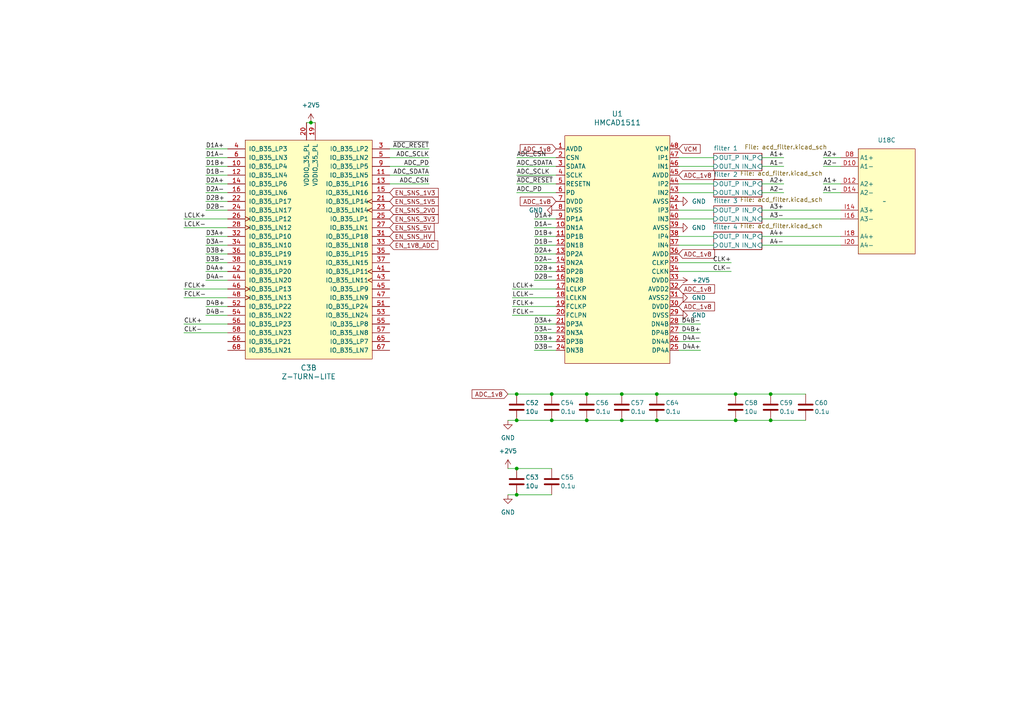
<source format=kicad_sch>
(kicad_sch (version 20230121) (generator eeschema)
  (paper "A4")
  (title_block (title "2D5 experiment board") (date "2023-12-01") (rev "0.1") (company "Apertus"))
  (lib_symbols
    (symbol "2d5:2d5"
      (property "Reference" "A?" (at 0 -13.97 0))
      (symbol "2d5_1_1"
        (rectangle (start -11.43 19.05) (end 10.16 -33.02) (fill (type background)))
        (rectangle (start 2.54 19.05) (end 2.54 19.05))
        (pin power_in line (at -16.51 1.27 0) (length 5.08) (name "1V3") (number "C10"))
        (pin power_in line (at -16.51 13.97 0) (length 5.08) (name "5V") (number "C11"))
        (pin power_in line (at -16.51 -11.43 0) (length 5.08) (name "-1V3") (number "C12"))
        (pin power_in line (at -16.51 -26.67 0) (length 5.08) (name "3V3") (number "C7"))
        (pin power_in line (at -16.51 -8.89 0) (length 5.08) (name "-1V3") (number "C9"))
        (pin power_in line (at 15.24 11.43 180) (length 5.08) (name "GND") (number "D11"))
        (pin power_in line (at 15.24 8.89 180) (length 5.08) (name "GND") (number "D13"))
        (pin power_in line (at 15.24 6.35 180) (length 5.08) (name "GND") (number "D15"))
        (pin power_in line (at 15.24 3.81 180) (length 5.08) (name "GND") (number "D16"))
        (pin power_in line (at -16.51 -1.27 0) (length 5.08) (name "1V3") (number "D17"))
        (pin power_in line (at -16.51 16.51 0) (length 5.08) (name "5V") (number "D5"))
        (pin power_in line (at 15.24 16.51 180) (length 5.08) (name "GND") (number "D7"))
        (pin power_in line (at 15.24 13.97 180) (length 5.08) (name "GND") (number "D9"))
        (pin power_in line (at -16.51 -3.81 0) (length 5.08) (name "1V3") (number "I10"))
        (pin power_in line (at -16.51 8.89 0) (length 5.08) (name "5V") (number "I11"))
        (pin power_in line (at -16.51 6.35 0) (length 5.08) (name "5V") (number "I12"))
        (pin power_in line (at 15.24 -11.43 180) (length 5.08) (name "GND") (number "I13"))
        (pin power_in line (at 15.24 -13.97 180) (length 5.08) (name "GND") (number "I15"))
        (pin power_in line (at 15.24 -16.51 180) (length 5.08) (name "GND") (number "I17"))
        (pin power_in line (at 15.24 -19.05 180) (length 5.08) (name "GND") (number "I19"))
        (pin power_in line (at 15.24 -21.59 180) (length 5.08) (name "GND") (number "I21"))
        (pin power_in line (at -16.51 -17.78 0) (length 5.08) (name "1V5") (number "I22"))
        (pin power_in line (at 15.24 1.27 180) (length 5.08) (name "GND") (number "I4"))
        (pin power_in line (at 15.24 -1.27 180) (length 5.08) (name "GND") (number "I5"))
        (pin power_in line (at 15.24 -3.81 180) (length 5.08) (name "GND") (number "I6"))
        (pin power_in line (at -16.51 -20.32 0) (length 5.08) (name "2V0") (number "I9"))
        (pin power_in line (at -16.51 11.43 0) (length 5.08) (name "5V") (number "J4"))
        (pin power_in line (at 15.24 -6.35 180) (length 5.08) (name "GND") (number "J6"))
        (pin power_in line (at 15.24 -8.89 180) (length 5.08) (name "GND") (number "J7"))
      )
      (symbol "2d5_2_1"
        (rectangle (start -13.97 12.7) (end 13.97 -43.18) (fill (type background)))
        (pin input line (at -19.05 -2.54 0) (length 5.08) (name "zero") (number "C13"))
        (pin input line (at -19.05 10.16 0) (length 5.08) (name "SDATA") (number "C14"))
        (pin input line (at -19.05 7.62 0) (length 5.08) (name "SCLK") (number "C15"))
        (pin input line (at -19.05 5.08 0) (length 5.08) (name "SCS") (number "C16"))
        (pin input line (at 19.05 -15.24 180) (length 5.08) (name "line") (number "C17"))
        (pin input line (at 19.05 -10.16 180) (length 5.08) (name "line") (number "C3"))
        (pin input line (at -19.05 -7.62 0) (length 5.08) (name "zero") (number "C4"))
        (pin input line (at 19.05 -3.81 180) (length 5.08) (name "frame_rst") (number "C5"))
        (pin input line (at 19.05 -12.7 180) (length 5.08) (name "line") (number "C6"))
        (pin input line (at -19.05 -5.08 0) (length 5.08) (name "zero") (number "C8"))
        (pin input line (at -19.05 -10.16 0) (length 5.08) (name "zero") (number "D3"))
        (pin input line (at -19.05 -12.7 0) (length 5.08) (name "zero") (number "D4"))
        (pin input line (at 19.05 10.16 180) (length 5.08) (name "PXCLK_TOP") (number "D6"))
        (pin input line (at -19.05 -27.94 0) (length 5.08) (name "startup") (number "I3"))
        (pin input line (at -19.05 -30.48 0) (length 5.08) (name "startup") (number "I7"))
        (pin input line (at -19.05 -33.02 0) (length 5.08) (name "startup") (number "I8"))
        (pin input line (at 19.05 -22.86 180) (length 5.08) (name "line") (number "J10"))
        (pin input line (at 19.05 -25.4 180) (length 5.08) (name "line") (number "J11"))
        (pin input line (at 19.05 -27.94 180) (length 5.08) (name "line") (number "J12"))
        (pin input line (at -19.05 -35.56 0) (length 5.08) (name "startup") (number "J13"))
        (pin input line (at -19.05 -17.78 0) (length 5.08) (name "zero") (number "J14"))
        (pin input line (at 19.05 -30.48 180) (length 5.08) (name "line") (number "J15"))
        (pin input line (at 19.05 -33.02 180) (length 5.08) (name "line") (number "J16"))
        (pin input line (at 19.05 -35.56 180) (length 5.08) (name "line") (number "J17"))
        (pin input line (at 19.05 -38.1 180) (length 5.08) (name "line") (number "J18"))
        (pin input line (at -19.05 -38.1 0) (length 5.08) (name "startup") (number "J19"))
        (pin input line (at 19.05 -40.64 180) (length 5.08) (name "line_reset") (number "J21"))
        (pin input line (at -19.05 -20.32 0) (length 5.08) (name "zero") (number "J22"))
        (pin input line (at -19.05 -15.24 0) (length 5.08) (name "zero") (number "J3"))
        (pin input line (at 19.05 7.62 180) (length 5.08) (name "PXCLK_BOT") (number "J5"))
        (pin input line (at 19.05 -17.78 180) (length 5.08) (name "line") (number "J8"))
        (pin input line (at 19.05 -20.32 180) (length 5.08) (name "line_exp") (number "J9"))
      )
      (symbol "2d5_3_1"
        (rectangle (start -8.89 15.24) (end 7.62 -15.24) (fill (type background)))
        (pin output line (at 12.7 10.16 180) (length 5.08) (name "A1-") (number "D10"))
        (pin output line (at 12.7 5.08 180) (length 5.08) (name "A2+") (number "D12"))
        (pin output line (at 12.7 2.54 180) (length 5.08) (name "A2-") (number "D14"))
        (pin output line (at 12.7 12.7 180) (length 5.08) (name "A1+") (number "D8"))
        (pin output line (at 12.7 -2.54 180) (length 5.08) (name "A3+") (number "I14"))
        (pin output line (at 12.7 -5.08 180) (length 5.08) (name "A3-") (number "I16"))
        (pin output line (at 12.7 -10.16 180) (length 5.08) (name "A4+") (number "I18"))
        (pin output line (at 12.7 -12.7 180) (length 5.08) (name "A4-") (number "I20"))
      )
    )
    (symbol "Device:C" (pin_numbers hide) (pin_names (offset 0.254))
      (property "Reference" "C" (at 0.635 2.54 0))
      (property "Value" "C" (at 0.635 -2.54 0))
      (symbol "C_0_1"
        (polyline (pts (xy -2.032 -0.762) (xy 2.032 -0.762)) (stroke (width 0.508)))
        (polyline (pts (xy -2.032 0.762) (xy 2.032 0.762)) (stroke (width 0.508)))
      )
      (symbol "C_1_1"
        (pin passive line (at 0 3.81 270) (length 2.794) (name "~") (number "1"))
        (pin passive line (at 0 -3.81 90) (length 2.794) (name "~") (number "2"))
      )
    )
    (symbol "HMCAD1511:HMCAD1511" (pin_names (offset 0.254))
      (property "Reference" "U" (at 22.86 10.16 0))
      (property "Value" "HMCAD1511" (at 22.86 7.62 0))
      (symbol "HMCAD1511_0_1"
        (pin bidirectional line (at 5.08 -22.86 0) (length 2.54) (name "DN1A") (number "10"))
        (pin bidirectional line (at 5.08 -25.4 0) (length 2.54) (name "DP1B") (number "11"))
        (pin bidirectional line (at 5.08 -27.94 0) (length 2.54) (name "DN1B") (number "12"))
        (pin bidirectional line (at 5.08 -30.48 0) (length 2.54) (name "DP2A") (number "13"))
        (pin bidirectional line (at 5.08 -33.02 0) (length 2.54) (name "DN2A") (number "14"))
        (pin bidirectional line (at 5.08 -35.56 0) (length 2.54) (name "DP2B") (number "15"))
        (pin bidirectional line (at 5.08 -38.1 0) (length 2.54) (name "DN2B") (number "16"))
        (pin unspecified line (at 5.08 -40.64 0) (length 2.54) (name "LCLKP") (number "17"))
        (pin unspecified line (at 5.08 -43.18 0) (length 2.54) (name "LCLKN") (number "18"))
        (pin unspecified line (at 5.08 -45.72 0) (length 2.54) (name "FCLKP") (number "19"))
        (pin unspecified line (at 5.08 -2.54 0) (length 2.54) (name "CSN") (number "2"))
        (pin unspecified line (at 5.08 -48.26 0) (length 2.54) (name "FCLPN") (number "20"))
        (pin bidirectional line (at 5.08 -50.8 0) (length 2.54) (name "DP3A") (number "21"))
        (pin bidirectional line (at 5.08 -53.34 0) (length 2.54) (name "DN3A") (number "22"))
        (pin bidirectional line (at 5.08 -55.88 0) (length 2.54) (name "DP3B") (number "23"))
        (pin bidirectional line (at 5.08 -58.42 0) (length 2.54) (name "DN3B") (number "24"))
        (pin bidirectional line (at 40.64 -58.42 180) (length 2.54) (name "DP4A") (number "25"))
        (pin bidirectional line (at 40.64 -55.88 180) (length 2.54) (name "DN4A") (number "26"))
        (pin bidirectional line (at 40.64 -53.34 180) (length 2.54) (name "DP4B") (number "27"))
        (pin bidirectional line (at 40.64 -50.8 180) (length 2.54) (name "DN4B") (number "28"))
        (pin power_out line (at 40.64 -48.26 180) (length 2.54) (name "DVSS") (number "29"))
        (pin unspecified line (at 5.08 -5.08 0) (length 2.54) (name "SDATA") (number "3"))
        (pin power_in line (at 40.64 -45.72 180) (length 2.54) (name "DVDD") (number "30"))
        (pin power_out line (at 40.64 -43.18 180) (length 2.54) (name "AVSS2") (number "31"))
        (pin power_in line (at 40.64 -40.64 180) (length 2.54) (name "AVDD2") (number "32"))
        (pin power_in line (at 40.64 -38.1 180) (length 2.54) (name "OVDD") (number "33"))
        (pin unspecified line (at 40.64 -35.56 180) (length 2.54) (name "CLKN") (number "34"))
        (pin unspecified line (at 40.64 -33.02 180) (length 2.54) (name "CLKP") (number "35"))
        (pin power_in line (at 40.64 -30.48 180) (length 2.54) (name "AVDD") (number "36"))
        (pin input line (at 40.64 -27.94 180) (length 2.54) (name "IN4") (number "37"))
        (pin bidirectional line (at 40.64 -25.4 180) (length 2.54) (name "IP4") (number "38"))
        (pin power_out line (at 40.64 -22.86 180) (length 2.54) (name "AVSS") (number "39"))
        (pin unspecified line (at 5.08 -7.62 0) (length 2.54) (name "SCLK") (number "4"))
        (pin input line (at 40.64 -20.32 180) (length 2.54) (name "IN3") (number "40"))
        (pin bidirectional line (at 40.64 -17.78 180) (length 2.54) (name "IP3") (number "41"))
        (pin power_out line (at 40.64 -15.24 180) (length 2.54) (name "AVSS") (number "42"))
        (pin input line (at 40.64 -12.7 180) (length 2.54) (name "IN2") (number "43"))
        (pin bidirectional line (at 40.64 -10.16 180) (length 2.54) (name "IP2") (number "44"))
        (pin power_in line (at 40.64 -7.62 180) (length 2.54) (name "AVDD") (number "45"))
        (pin input line (at 40.64 -5.08 180) (length 2.54) (name "IN1") (number "46"))
        (pin bidirectional line (at 40.64 -2.54 180) (length 2.54) (name "IP1") (number "47"))
        (pin unspecified line (at 40.64 0 180) (length 2.54) (name "VCM") (number "48"))
        (pin unspecified line (at 5.08 -10.16 0) (length 2.54) (name "RESETN") (number "5"))
        (pin unspecified line (at 5.08 -12.7 0) (length 2.54) (name "PD") (number "6"))
        (pin power_in line (at 5.08 -15.24 0) (length 2.54) (name "DVDD") (number "7"))
        (pin power_out line (at 5.08 -17.78 0) (length 2.54) (name "DVSS") (number "8"))
        (pin bidirectional line (at 5.08 -20.32 0) (length 2.54) (name "DP1A") (number "9"))
      )
      (symbol "HMCAD1511_1_1"
        (rectangle (start 7.62 3.81) (end 38.1 -62.23) (fill (type background)))
        (pin power_in line (at 5.08 0 0) (length 2.54) (name "AVDD") (number "1"))
      )
    )
    (symbol "power:+2V5" (power) (pin_names (offset 0))
      (property "Value" "+2V5" (at 0 3.556 0))
      (symbol "+2V5_0_1"
        (polyline (pts (xy -0.762 1.27) (xy 0 2.54)))
        (polyline (pts (xy 0 0) (xy 0 2.54)))
        (polyline (pts (xy 0 2.54) (xy 0.762 1.27)))
      )
      (symbol "+2V5_1_1"
        (pin power_in line (at 0 0 90) (length 0) hide (name "+2V5") (number "1"))
      )
    )
    (symbol "power:GND" (power) (pin_names (offset 0))
      (property "Value" "GND" (at 0 -3.81 0))
      (symbol "GND_0_1"
        (polyline (pts (xy 0 0) (xy 0 -1.27) (xy 1.27 -1.27) (xy 0 -2.54) (xy -1.27 -1.27) (xy 0 -1.27)))
      )
      (symbol "GND_1_1"
        (pin power_in line (at 0 0 270) (length 0) hide (name "GND") (number "1"))
      )
    )
    (symbol "z-turn-lite:Z-TURN-LITE" (pin_names (offset 1.016))
      (property "Reference" "A?" (at -1.27 0 90))
      (property "Value" "Z-TURN-LITE" (at 1.27 1.27 90))
      (symbol "Z-TURN-LITE_1_1"
        (rectangle (start -16.51 30.48) (end 15.24 -30.48) (fill (type background)))
        (pin input line (at 20.32 27.94 180) (length 5.08) (name "EXT_RST_IN") (number "1"))
        (pin power_out line (at -21.59 -17.78 0) (length 5.08) (name "DGND") (number "101"))
        (pin power_out line (at -21.59 -20.32 0) (length 5.08) (name "DGND") (number "102"))
        (pin power_out line (at -21.59 -22.86 0) (length 5.08) (name "DGND") (number "111"))
        (pin power_out line (at -21.59 -25.4 0) (length 5.08) (name "DGND") (number "112"))
        (pin power_out line (at -21.59 -27.94 0) (length 5.08) (name "DGND") (number "113"))
        (pin power_in line (at 20.32 19.05 180) (length 5.08) (name "VBAT_KEY_BACK_1.8V") (number "114"))
        (pin power_out line (at 20.32 -15.24 180) (length 5.08) (name "VDD_5V") (number "115"))
        (pin power_out line (at 20.32 -17.78 180) (length 5.08) (name "VDD_5V") (number "116"))
        (pin power_out line (at 20.32 -20.32 180) (length 5.08) (name "VDD_5V") (number "117"))
        (pin power_out line (at 20.32 -22.86 180) (length 5.08) (name "VDD_5V") (number "118"))
        (pin power_out line (at 20.32 -25.4 180) (length 5.08) (name "VDD_5V") (number "119"))
        (pin power_out line (at 20.32 -27.94 180) (length 5.08) (name "VDD_5V") (number "120"))
        (pin power_out line (at -21.59 22.86 0) (length 5.08) (name "DGND") (number "17"))
        (pin power_out line (at -21.59 20.32 0) (length 5.08) (name "DGND") (number "18"))
        (pin output line (at 20.32 25.4 180) (length 5.08) (name "~{PS_500_RESET_OUT}") (number "2"))
        (pin power_out line (at -21.59 17.78 0) (length 5.08) (name "DGND") (number "29"))
        (pin power_out line (at -21.59 15.24 0) (length 5.08) (name "DGND") (number "30"))
        (pin power_out line (at -21.59 12.7 0) (length 5.08) (name "DGND") (number "39"))
        (pin power_out line (at -21.59 10.16 0) (length 5.08) (name "DGND") (number "40"))
        (pin power_out line (at -21.59 7.62 0) (length 5.08) (name "DGND") (number "49"))
        (pin power_out line (at -21.59 5.08 0) (length 5.08) (name "DGND") (number "50"))
        (pin power_out line (at -21.59 2.54 0) (length 5.08) (name "DGND") (number "59"))
        (pin power_out line (at -21.59 0 0) (length 5.08) (name "DGND") (number "60"))
        (pin power_out line (at -21.59 -2.54 0) (length 5.08) (name "DGND") (number "69"))
        (pin power_out line (at -21.59 27.94 0) (length 5.08) (name "DGND") (number "7"))
        (pin power_out line (at -21.59 -5.08 0) (length 5.08) (name "DGND") (number "72"))
        (pin power_out line (at -21.59 -7.62 0) (length 5.08) (name "DGND") (number "79"))
        (pin power_out line (at -21.59 25.4 0) (length 5.08) (name "DGND") (number "8"))
        (pin power_out line (at -21.59 -10.16 0) (length 5.08) (name "DGND") (number "82"))
        (pin power_out line (at -21.59 -12.7 0) (length 5.08) (name "DGND") (number "91"))
        (pin power_out line (at -21.59 -15.24 0) (length 5.08) (name "DGND") (number "92"))
      )
      (symbol "Z-TURN-LITE_2_1"
        (rectangle (start -19.05 33.02) (end 17.78 -30.48) (fill (type background)))
        (pin bidirectional line (at -24.13 25.4 0) (length 5.08) (name "IO_B35_LP4") (number "10"))
        (pin bidirectional line (at 22.86 22.86 180) (length 5.08) (name "IO_B35_LN5") (number "11"))
        (pin bidirectional line (at -24.13 22.86 0) (length 5.08) (name "IO_B35_LN4") (number "12"))
        (pin bidirectional line (at 22.86 20.32 180) (length 5.08) (name "IO_B35_LP16") (number "13"))
        (pin bidirectional line (at -24.13 20.32 0) (length 5.08) (name "IO_B35_LP6") (number "14"))
        (pin bidirectional line (at 22.86 17.78 180) (length 5.08) (name "IO_B35_LN16") (number "15"))
        (pin bidirectional line (at -24.13 17.78 0) (length 5.08) (name "IO_B35_LN6") (number "16"))
        (pin power_out line (at 1.27 38.1 270) (length 5.08) (name "VDDIO_35_PL") (number "19"))
        (pin power_out line (at -1.27 38.1 270) (length 5.08) (name "VDDIO_35_PL") (number "20"))
        (pin bidirectional clock (at 22.86 15.24 180) (length 5.08) (name "IO_B35_LP14") (number "21"))
        (pin bidirectional line (at -24.13 15.24 0) (length 5.08) (name "IO_B35_LP17") (number "22"))
        (pin bidirectional clock (at 22.86 12.7 180) (length 5.08) (name "IO_B35_LN14") (number "23"))
        (pin bidirectional line (at -24.13 12.7 0) (length 5.08) (name "IO_B35_LN17") (number "24"))
        (pin bidirectional line (at 22.86 10.16 180) (length 5.08) (name "IO_B35_LP1") (number "25"))
        (pin bidirectional clock (at -24.13 10.16 0) (length 5.08) (name "IO_B35_LP12") (number "26"))
        (pin bidirectional line (at 22.86 7.62 180) (length 5.08) (name "IO_B35_LN1") (number "27"))
        (pin bidirectional clock (at -24.13 7.62 0) (length 5.08) (name "IO_B35_LN12") (number "28"))
        (pin bidirectional line (at 22.86 30.48 180) (length 5.08) (name "IO_B35_LP2") (number "3"))
        (pin bidirectional line (at 22.86 5.08 180) (length 5.08) (name "IO_B35_LP18") (number "31"))
        (pin bidirectional line (at -24.13 5.08 0) (length 5.08) (name "IO_B35_LP10") (number "32"))
        (pin bidirectional line (at 22.86 2.54 180) (length 5.08) (name "IO_B35_LN18") (number "33"))
        (pin bidirectional line (at -24.13 2.54 0) (length 5.08) (name "IO_B35_LN10") (number "34"))
        (pin bidirectional line (at 22.86 0 180) (length 5.08) (name "IO_B35_LP15") (number "35"))
        (pin bidirectional line (at -24.13 0 0) (length 5.08) (name "IO_B35_LP19") (number "36"))
        (pin bidirectional line (at 22.86 -2.54 180) (length 5.08) (name "IO_B35_LN15") (number "37"))
        (pin bidirectional line (at -24.13 -2.54 0) (length 5.08) (name "IO_B35_LN19") (number "38"))
        (pin bidirectional line (at -24.13 30.48 0) (length 5.08) (name "IO_B35_LP3") (number "4"))
        (pin bidirectional clock (at 22.86 -5.08 180) (length 5.08) (name "IO_B35_LP11") (number "41"))
        (pin bidirectional line (at -24.13 -5.08 0) (length 5.08) (name "IO_B35_LP20") (number "42"))
        (pin bidirectional clock (at 22.86 -7.62 180) (length 5.08) (name "IO_B35_LN11") (number "43"))
        (pin bidirectional line (at -24.13 -7.62 0) (length 5.08) (name "IO_B35_LN20") (number "44"))
        (pin bidirectional line (at 22.86 -10.16 180) (length 5.08) (name "IO_B35_LP9") (number "45"))
        (pin bidirectional clock (at -24.13 -10.16 0) (length 5.08) (name "IO_B35_LP13") (number "46"))
        (pin bidirectional line (at 22.86 -12.7 180) (length 5.08) (name "IO_B35_LN9") (number "47"))
        (pin bidirectional clock (at -24.13 -12.7 0) (length 5.08) (name "IO_B35_LN13") (number "48"))
        (pin bidirectional line (at 22.86 27.94 180) (length 5.08) (name "IO_B35_LN2") (number "5"))
        (pin bidirectional line (at 22.86 -15.24 180) (length 5.08) (name "IO_B35_LP24") (number "51"))
        (pin bidirectional line (at -24.13 -15.24 0) (length 5.08) (name "IO_B35_LP22") (number "52"))
        (pin bidirectional line (at 22.86 -17.78 180) (length 5.08) (name "IO_B35_LN24") (number "53"))
        (pin bidirectional line (at -24.13 -17.78 0) (length 5.08) (name "IO_B35_LN22") (number "54"))
        (pin bidirectional line (at 22.86 -20.32 180) (length 5.08) (name "IO_B35_LP8") (number "55"))
        (pin bidirectional line (at -24.13 -20.32 0) (length 5.08) (name "IO_B35_LP23") (number "56"))
        (pin bidirectional line (at 22.86 -22.86 180) (length 5.08) (name "IO_B35_LN8") (number "57"))
        (pin bidirectional line (at -24.13 -22.86 0) (length 5.08) (name "IO_B35_LN23") (number "58"))
        (pin bidirectional line (at -24.13 27.94 0) (length 5.08) (name "IO_B35_LN3") (number "6"))
        (pin bidirectional line (at 22.86 -25.4 180) (length 5.08) (name "IO_B35_LP7") (number "65"))
        (pin bidirectional line (at -24.13 -25.4 0) (length 5.08) (name "IO_B35_LP21") (number "66"))
        (pin bidirectional line (at 22.86 -27.94 180) (length 5.08) (name "IO_B35_LN7") (number "67"))
        (pin bidirectional line (at -24.13 -27.94 0) (length 5.08) (name "IO_B35_LN21") (number "68"))
        (pin bidirectional line (at 22.86 25.4 180) (length 5.08) (name "IO_B35_LP5") (number "9"))
      )
      (symbol "Z-TURN-LITE_3_1"
        (rectangle (start -19.05 26.67) (end 17.78 -21.59) (fill (type background)))
        (pin bidirectional line (at -24.13 -8.89 0) (length 5.08) (name "IO_B34_LN18") (number "100"))
        (pin bidirectional line (at 22.86 -11.43 180) (length 5.08) (name "IO_B34_LP10") (number "103"))
        (pin bidirectional line (at -24.13 -11.43 0) (length 5.08) (name "IO_B34_LP17") (number "104"))
        (pin bidirectional line (at 22.86 -13.97 180) (length 5.08) (name "IO_B34_LN10") (number "105"))
        (pin bidirectional line (at -24.13 -13.97 0) (length 5.08) (name "IO_B34_LN17") (number "106"))
        (pin bidirectional line (at 22.86 -16.51 180) (length 5.08) (name "IO_B34_LP7") (number "107"))
        (pin bidirectional line (at -24.13 -16.51 0) (length 5.08) (name "IO_B34_LP8") (number "108"))
        (pin bidirectional line (at 22.86 -19.05 180) (length 5.08) (name "IO_B34_LN7") (number "109"))
        (pin bidirectional line (at -24.13 -19.05 0) (length 5.08) (name "IO_B34_LN8") (number "110"))
        (pin bidirectional line (at 22.86 24.13 180) (length 5.08) (name "IO_B34_LP23") (number "61"))
        (pin bidirectional line (at -24.13 24.13 0) (length 5.08) (name "IO_B34_LP24") (number "62"))
        (pin bidirectional line (at 22.86 21.59 180) (length 5.08) (name "IO_B34_LN23") (number "63"))
        (pin bidirectional line (at -24.13 21.59 0) (length 5.08) (name "IO_B34_LN24") (number "64"))
        (pin power_out line (at 1.27 31.75 270) (length 5.08) (name "VDDIO_34_PL") (number "70"))
        (pin bidirectional clock (at 22.86 19.05 180) (length 5.08) (name "IO_B34_LP13") (number "71"))
        (pin bidirectional clock (at 22.86 16.51 180) (length 5.08) (name "IO_B34_LN13") (number "73"))
        (pin bidirectional line (at -24.13 19.05 0) (length 5.08) (name "IO_B34_LP19") (number "74"))
        (pin bidirectional clock (at 22.86 13.97 180) (length 5.08) (name "IO_B34_LP14") (number "75"))
        (pin bidirectional line (at -24.13 16.51 0) (length 5.08) (name "IO_B34_LN19") (number "76"))
        (pin bidirectional clock (at 22.86 11.43 180) (length 5.08) (name "IO_B34_LN14") (number "77"))
        (pin bidirectional line (at -24.13 13.97 0) (length 5.08) (name "IO_B34_LP15") (number "78"))
        (pin bidirectional line (at -24.13 11.43 0) (length 5.08) (name "IO_B34_LN15") (number "80"))
        (pin power_out line (at -1.27 31.75 270) (length 5.08) (name "VDDIO_34_PL") (number "81"))
        (pin bidirectional line (at 22.86 8.89 180) (length 5.08) (name "IO_B34_LP9") (number "83"))
        (pin bidirectional line (at -24.13 8.89 0) (length 5.08) (name "IO_B34_LP16") (number "84"))
        (pin bidirectional line (at 22.86 6.35 180) (length 5.08) (name "IO_B34_LN9") (number "85"))
        (pin bidirectional line (at -24.13 6.35 0) (length 5.08) (name "IO_B34_LN16") (number "86"))
        (pin bidirectional clock (at 22.86 3.81 180) (length 5.08) (name "IO_B34_LP12") (number "87"))
        (pin bidirectional line (at -24.13 3.81 0) (length 5.08) (name "IO_B34_LP20") (number "88"))
        (pin bidirectional clock (at 22.86 1.27 180) (length 5.08) (name "IO_B34_LN12") (number "89"))
        (pin bidirectional line (at -24.13 1.27 0) (length 5.08) (name "IO_B34_LN20") (number "90"))
        (pin bidirectional line (at 22.86 -1.27 180) (length 5.08) (name "IO_B34_LP22") (number "93"))
        (pin bidirectional line (at -24.13 -1.27 0) (length 5.08) (name "IO_B34_LP21") (number "94"))
        (pin bidirectional line (at 22.86 -3.81 180) (length 5.08) (name "IO_B34_LN22") (number "95"))
        (pin bidirectional line (at -24.13 -3.81 0) (length 5.08) (name "IO_B34_LN21") (number "96"))
        (pin bidirectional clock (at 22.86 -6.35 180) (length 5.08) (name "IO_B34_LP11") (number "97"))
        (pin bidirectional line (at -24.13 -6.35 0) (length 5.08) (name "IO_B34_LP18") (number "98"))
        (pin bidirectional clock (at 22.86 -8.89 180) (length 5.08) (name "IO_B34_LN11") (number "99"))
      )
    )
  )
  (junction (at 170.18 114.3))
  (junction (at 213.36 121.92))
  (junction (at 223.52 114.3))
  (junction (at 190.5 121.92))
  (junction (at 160.02 121.92))
  (junction (at 90.17 35.56))
  (junction (at 213.36 114.3))
  (junction (at 190.5 114.3))
  (junction (at 180.34 121.92))
  (junction (at 149.86 143.51))
  (junction (at 149.86 121.92))
  (junction (at 170.18 121.92))
  (junction (at 149.86 135.89))
  (junction (at 180.34 114.3))
  (junction (at 223.52 121.92))
  (junction (at 160.02 114.3))
  (junction (at 149.86 114.3))
  (wire (pts (xy 213.36 121.92) (xy 223.52 121.92)))
  (wire (pts (xy 53.34 63.5) (xy 66.04 63.5)))
  (wire (pts (xy 124.46 53.34) (xy 113.03 53.34)))
  (wire (pts (xy 59.69 60.96) (xy 66.04 60.96)))
  (wire (pts (xy 220.98 60.96) (xy 243.84 60.96)))
  (wire (pts (xy 59.69 53.34) (xy 66.04 53.34)))
  (wire (pts (xy 170.18 121.92) (xy 180.34 121.92)))
  (wire (pts (xy 220.98 48.26) (xy 227.33 48.26)))
  (wire (pts (xy 196.85 45.72) (xy 207.01 45.72)))
  (wire (pts (xy 147.32 121.92) (xy 149.86 121.92)))
  (wire (pts (xy 59.69 45.72) (xy 66.04 45.72)))
  (wire (pts (xy 124.46 43.18) (xy 113.03 43.18)))
  (wire (pts (xy 148.59 86.36) (xy 161.29 86.36)))
  (wire (pts (xy 203.2 96.52) (xy 196.85 96.52)))
  (wire (pts (xy 154.94 71.12) (xy 161.29 71.12)))
  (wire (pts (xy 196.85 55.88) (xy 207.01 55.88)))
  (wire (pts (xy 154.94 78.74) (xy 161.29 78.74)))
  (wire (pts (xy 196.85 68.58) (xy 207.01 68.58)))
  (wire (pts (xy 149.86 48.26) (xy 161.29 48.26)))
  (wire (pts (xy 190.5 114.3) (xy 213.36 114.3)))
  (wire (pts (xy 148.59 91.44) (xy 161.29 91.44)))
  (wire (pts (xy 203.2 93.98) (xy 196.85 93.98)))
  (wire (pts (xy 149.86 50.8) (xy 161.29 50.8)))
  (wire (pts (xy 149.86 53.34) (xy 161.29 53.34)))
  (wire (pts (xy 154.94 73.66) (xy 161.29 73.66)))
  (wire (pts (xy 170.18 114.3) (xy 180.34 114.3)))
  (wire (pts (xy 53.34 83.82) (xy 66.04 83.82)))
  (wire (pts (xy 59.69 50.8) (xy 66.04 50.8)))
  (wire (pts (xy 220.98 53.34) (xy 227.33 53.34)))
  (wire (pts (xy 53.34 66.04) (xy 66.04 66.04)))
  (wire (pts (xy 160.02 121.92) (xy 170.18 121.92)))
  (wire (pts (xy 196.85 63.5) (xy 207.01 63.5)))
  (wire (pts (xy 243.84 45.72) (xy 238.76 45.72)))
  (wire (pts (xy 59.69 81.28) (xy 66.04 81.28)))
  (wire (pts (xy 90.17 35.56) (xy 91.44 35.56)))
  (wire (pts (xy 196.85 48.26) (xy 207.01 48.26)))
  (wire (pts (xy 59.69 91.44) (xy 66.04 91.44)))
  (wire (pts (xy 180.34 114.3) (xy 190.5 114.3)))
  (wire (pts (xy 124.46 45.72) (xy 113.03 45.72)))
  (wire (pts (xy 243.84 48.26) (xy 238.76 48.26)))
  (wire (pts (xy 59.69 71.12) (xy 66.04 71.12)))
  (wire (pts (xy 147.32 135.89) (xy 149.86 135.89)))
  (wire (pts (xy 154.94 68.58) (xy 161.29 68.58)))
  (wire (pts (xy 180.34 121.92) (xy 190.5 121.92)))
  (wire (pts (xy 238.76 53.34) (xy 243.84 53.34)))
  (wire (pts (xy 196.85 71.12) (xy 207.01 71.12)))
  (wire (pts (xy 59.69 76.2) (xy 66.04 76.2)))
  (wire (pts (xy 220.98 45.72) (xy 227.33 45.72)))
  (wire (pts (xy 149.86 143.51) (xy 160.02 143.51)))
  (wire (pts (xy 53.34 86.36) (xy 66.04 86.36)))
  (wire (pts (xy 124.46 48.26) (xy 113.03 48.26)))
  (wire (pts (xy 212.09 78.74) (xy 196.85 78.74)))
  (wire (pts (xy 149.86 121.92) (xy 160.02 121.92)))
  (wire (pts (xy 154.94 99.06) (xy 161.29 99.06)))
  (wire (pts (xy 53.34 93.98) (xy 66.04 93.98)))
  (wire (pts (xy 59.69 58.42) (xy 66.04 58.42)))
  (wire (pts (xy 147.32 143.51) (xy 149.86 143.51)))
  (wire (pts (xy 203.2 99.06) (xy 196.85 99.06)))
  (wire (pts (xy 213.36 114.3) (xy 223.52 114.3)))
  (wire (pts (xy 59.69 48.26) (xy 66.04 48.26)))
  (wire (pts (xy 149.86 135.89) (xy 160.02 135.89)))
  (wire (pts (xy 154.94 101.6) (xy 161.29 101.6)))
  (wire (pts (xy 238.76 55.88) (xy 243.84 55.88)))
  (wire (pts (xy 220.98 71.12) (xy 243.84 71.12)))
  (wire (pts (xy 149.86 45.72) (xy 161.29 45.72)))
  (wire (pts (xy 190.5 121.92) (xy 213.36 121.92)))
  (wire (pts (xy 149.86 114.3) (xy 160.02 114.3)))
  (wire (pts (xy 124.46 50.8) (xy 113.03 50.8)))
  (wire (pts (xy 59.69 78.74) (xy 66.04 78.74)))
  (wire (pts (xy 196.85 53.34) (xy 207.01 53.34)))
  (wire (pts (xy 59.69 55.88) (xy 66.04 55.88)))
  (wire (pts (xy 154.94 76.2) (xy 161.29 76.2)))
  (wire (pts (xy 59.69 88.9) (xy 66.04 88.9)))
  (wire (pts (xy 53.34 96.52) (xy 66.04 96.52)))
  (wire (pts (xy 220.98 55.88) (xy 227.33 55.88)))
  (wire (pts (xy 149.86 55.88) (xy 161.29 55.88)))
  (wire (pts (xy 154.94 93.98) (xy 161.29 93.98)))
  (wire (pts (xy 154.94 96.52) (xy 161.29 96.52)))
  (wire (pts (xy 223.52 121.92) (xy 233.68 121.92)))
  (wire (pts (xy 154.94 63.5) (xy 161.29 63.5)))
  (wire (pts (xy 212.09 76.2) (xy 196.85 76.2)))
  (wire (pts (xy 59.69 68.58) (xy 66.04 68.58)))
  (wire (pts (xy 148.59 88.9) (xy 161.29 88.9)))
  (wire (pts (xy 88.9 35.56) (xy 90.17 35.56)))
  (wire (pts (xy 154.94 66.04) (xy 161.29 66.04)))
  (wire (pts (xy 220.98 68.58) (xy 243.84 68.58)))
  (wire (pts (xy 220.98 63.5) (xy 243.84 63.5)))
  (wire (pts (xy 147.32 114.3) (xy 149.86 114.3)))
  (wire (pts (xy 223.52 114.3) (xy 233.68 114.3)))
  (wire (pts (xy 203.2 101.6) (xy 196.85 101.6)))
  (wire (pts (xy 154.94 81.28) (xy 161.29 81.28)))
  (wire (pts (xy 196.85 60.96) (xy 207.01 60.96)))
  (wire (pts (xy 160.02 114.3) (xy 170.18 114.3)))
  (wire (pts (xy 148.59 83.82) (xy 161.29 83.82)))
  (wire (pts (xy 59.69 43.18) (xy 66.04 43.18)))
  (wire (pts (xy 59.69 73.66) (xy 66.04 73.66)))
  (label "A1-" (at 238.76 55.88 0))
  (label "CLK-" (at 212.09 78.74 180))
  (label "D1B-" (at 59.69 50.8 0))
  (label "LCLK+" (at 53.34 63.5 0))
  (label "D1B+" (at 154.94 68.58 0))
  (label "FCLK+" (at 148.59 88.9 0))
  (label "D2B+" (at 59.69 58.42 0))
  (label "CLK+" (at 53.34 93.98 0))
  (label "A3+" (at 227.33 60.96 180))
  (label "ADC_SCLK" (at 124.46 45.72 180))
  (label "D3A+" (at 59.69 68.58 0))
  (label "ADC_CSN" (at 149.86 45.72 0))
  (label "ADC_SCLK" (at 149.86 50.8 0))
  (label "FCLK+" (at 53.34 83.82 0))
  (label "CLK-" (at 53.34 96.52 0))
  (label "D4B+" (at 59.69 88.9 0))
  (label "A3-" (at 227.33 63.5 180))
  (label "D4B+" (at 203.2 96.52 180))
  (label "D1A+" (at 59.69 43.18 0))
  (label "D4B-" (at 203.2 93.98 180))
  (label "D2A-" (at 59.69 55.88 0))
  (label "ADC_SDATA" (at 124.46 50.8 180))
  (label "ADC_CSN" (at 124.46 53.34 180))
  (label "D3B-" (at 59.69 76.2 0))
  (label "CLK+" (at 212.09 76.2 180))
  (label "A4+" (at 227.33 68.58 180))
  (label "D4A-" (at 59.69 81.28 0))
  (label "D1A-" (at 154.94 66.04 0))
  (label "D2B-" (at 59.69 60.96 0))
  (label "D3A+" (at 154.94 93.98 0))
  (label "D1B-" (at 154.94 71.12 0))
  (label "D4A+" (at 59.69 78.74 0))
  (label "D1A+" (at 154.94 63.5 0))
  (label "D3A-" (at 59.69 71.12 0))
  (label "~{ADC_RESET}" (at 149.86 53.34 0))
  (label "A2-" (at 227.33 55.88 180))
  (label "D2A-" (at 154.94 76.2 0))
  (label "D2B+" (at 154.94 78.74 0))
  (label "LCLK+" (at 148.59 83.82 0))
  (label "D3B+" (at 59.69 73.66 0))
  (label "ADC_PD" (at 124.46 48.26 180))
  (label "ADC_SDATA" (at 149.86 48.26 0))
  (label "D4B-" (at 59.69 91.44 0))
  (label "A4-" (at 227.33 71.12 180))
  (label "A2+" (at 227.33 53.34 180))
  (label "D3B+" (at 154.94 99.06 0))
  (label "A2-" (at 238.76 48.26 0))
  (label "D4A+" (at 203.2 101.6 180))
  (label "LCLK-" (at 53.34 66.04 0))
  (label "ADC_PD" (at 149.86 55.88 0))
  (label "FCLK-" (at 148.59 91.44 0))
  (label "D1A-" (at 59.69 45.72 0))
  (label "LCLK-" (at 148.59 86.36 0))
  (label "FCLK-" (at 53.34 86.36 0))
  (label "A1-" (at 227.33 48.26 180))
  (label "A1+" (at 238.76 53.34 0))
  (label "D2B-" (at 154.94 81.28 0))
  (label "D4A-" (at 203.2 99.06 180))
  (label "D3A-" (at 154.94 96.52 0))
  (label "D2A+" (at 59.69 53.34 0))
  (label "A2+" (at 238.76 45.72 0))
  (label "A1+" (at 227.33 45.72 180))
  (label "D2A+" (at 154.94 73.66 0))
  (label "~{ADC_RESET}" (at 124.46 43.18 180))
  (label "D1B+" (at 59.69 48.26 0))
  (label "D3B-" (at 154.94 101.6 0))
  (global_label "ADC_1v8" (shape input) (at 161.29 43.18 180) (property "Intersheetrefs" "${INTERSHEET_REFS}" (effects hide)))
  (global_label "ADC_1v8" (shape input) (at 196.85 88.9 0) (property "Intersheetrefs" "${INTERSHEET_REFS}" (effects hide)))
  (global_label "ADC_1v8" (shape input) (at 196.85 83.82 0) (property "Intersheetrefs" "${INTERSHEET_REFS}" (effects hide)))
  (global_label "EN_SNS_1V3" (shape input) (at 113.03 55.88 0) (property "Intersheetrefs" "${INTERSHEET_REFS}" (effects hide)))
  (global_label "ADC_1v8" (shape input) (at 196.85 73.66 0) (property "Intersheetrefs" "${INTERSHEET_REFS}" (effects hide)))
  (global_label "EN_1V8_ADC" (shape input) (at 113.03 71.12 0) (property "Intersheetrefs" "${INTERSHEET_REFS}" (effects hide)))
  (global_label "EN_SNS_2V0" (shape input) (at 113.03 60.96 0) (property "Intersheetrefs" "${INTERSHEET_REFS}" (effects hide)))
  (global_label "EN_SNS_5V" (shape input) (at 113.03 66.04 0) (property "Intersheetrefs" "${INTERSHEET_REFS}" (effects hide)))
  (global_label "EN_SNS_1V5" (shape input) (at 113.03 58.42 0) (property "Intersheetrefs" "${INTERSHEET_REFS}" (effects hide)))
  (global_label "EN_SNS_HV" (shape input) (at 113.03 68.58 0) (property "Intersheetrefs" "${INTERSHEET_REFS}" (effects hide)))
  (global_label "EN_SNS_3V3" (shape input) (at 113.03 63.5 0) (property "Intersheetrefs" "${INTERSHEET_REFS}" (effects hide)))
  (global_label "ADC_1v8" (shape input) (at 196.85 50.8 0) (property "Intersheetrefs" "${INTERSHEET_REFS}" (effects hide)))
  (global_label "ADC_1v8" (shape input) (at 161.29 58.42 180) (property "Intersheetrefs" "${INTERSHEET_REFS}" (effects hide)))
  (global_label "ADC_1v8" (shape input) (at 147.32 114.3 180) (property "Intersheetrefs" "${INTERSHEET_REFS}" (effects hide)))
  (global_label "VCM" (shape input) (at 196.85 43.18 0) (property "Intersheetrefs" "${INTERSHEET_REFS}" (effects hide)))
  (symbol (lib_id "Device:C") (at 223.52 118.11 0) (unit 1)
    (property "Reference" "C59" (at 226.06 116.84 0) (effects (justify left)))
    (property "Value" "0.1u" (at 226.06 119.38 0) (effects (justify left)))
    (property "Footprint" "Capacitor_SMD:C_0603_1608Metric" (effects hide))
  )
  (symbol (lib_id "power:GND") (at 196.85 86.36 90) (unit 1)
    (property "Reference" "#PWR013" (effects hide))
    (property "Value" "GND" (at 200.66 86.36 90) (effects (justify right)))
    (instances (project "zynq-test-board" (path "" (reference "#PWR013") (unit 1)) (path "" (reference "#PWR057") (unit 1))))
  )
  (symbol (lib_id "power:GND") (at 196.85 58.42 90) (unit 1)
    (property "Reference" "#PWR07" (effects hide))
    (property "Value" "GND" (at 200.66 58.42 90) (effects (justify right)))
    (instances (project "zynq-test-board" (path "" (reference "#PWR07") (unit 1)) (path "" (reference "#PWR054") (unit 1))))
  )
  (symbol (lib_id "power:GND") (at 161.29 60.96 270) (unit 1)
    (property "Reference" "#PWR08" (effects hide))
    (property "Value" "GND" (at 157.48 60.96 90) (effects (justify right)))
    (instances (project "zynq-test-board" (path "" (reference "#PWR08") (unit 1)) (path "" (reference "#PWR053") (unit 1))))
  )
  (symbol (lib_id "Device:C") (at 180.34 118.11 0) (unit 1)
    (property "Reference" "C57" (at 182.88 116.84 0) (effects (justify left)))
    (property "Value" "0.1u" (at 182.88 119.38 0) (effects (justify left)))
    (property "Footprint" "Capacitor_SMD:C_0603_1608Metric" (effects hide))
  )
  (symbol (lib_id "Device:C") (at 213.36 118.11 0) (unit 1)
    (property "Reference" "C58" (at 215.9 116.84 0) (effects (justify left)))
    (property "Value" "10u" (at 215.9 119.38 0) (effects (justify left)))
    (property "Footprint" "Capacitor_SMD:C_0805_2012Metric" (effects hide))
  )
  (symbol (lib_id "Device:C") (at 170.18 118.11 0) (unit 1)
    (property "Reference" "C56" (at 172.72 116.84 0) (effects (justify left)))
    (property "Value" "0.1u" (at 172.72 119.38 0) (effects (justify left)))
    (property "Footprint" "Capacitor_SMD:C_0603_1608Metric" (effects hide))
  )
  (symbol (lib_id "Device:C") (at 160.02 139.7 0) (unit 1)
    (property "Reference" "C55" (at 162.56 138.43 0) (effects (justify left)))
    (property "Value" "0.1u" (at 162.56 140.97 0) (effects (justify left)))
    (property "Footprint" "Capacitor_SMD:C_0603_1608Metric" (effects hide))
  )
  (symbol (lib_id "Device:C") (at 233.68 118.11 0) (unit 1)
    (property "Reference" "C60" (at 236.22 116.84 0) (effects (justify left)))
    (property "Value" "0.1u" (at 236.22 119.38 0) (effects (justify left)))
    (property "Footprint" "Capacitor_SMD:C_0603_1608Metric" (effects hide))
  )
  (symbol (lib_id "z-turn-lite:Z-TURN-LITE") (at 90.17 73.66 0) (unit 2)
    (property "Reference" "C3" (at 89.535 106.68 0) (effects (font (size 1.524 1.524))))
    (property "Value" "Z-TURN-LITE" (at 89.535 109.22 0) (effects (font (size 1.524 1.524))))
    (property "Footprint" "custom_parts:CONN_BTH-060-XX-X-D-LC" (effects hide))
    (instances (project "zynq-test-board" (path "" (reference "C3") (unit 2)) (path "" (reference "A1") (unit 2))))
  )
  (symbol (lib_id "power:+2V5") (at 196.85 81.28 270) (unit 1)
    (property "Reference" "#PWR09" (effects hide))
    (property "Value" "+2V5" (at 200.66 81.28 90) (effects (justify left)))
    (instances (project "zynq-test-board" (path "" (reference "#PWR09") (unit 1)) (path "" (reference "#PWR056") (unit 1))))
  )
  (symbol (lib_id "power:GND") (at 147.32 143.51 0) (unit 1)
    (property "Reference" "#PWR052" (effects hide))
    (property "Value" "GND" (at 147.32 148.59 0))
  )
  (symbol (lib_id "power:+2V5") (at 147.32 135.89 0) (unit 1)
    (property "Reference" "#PWR051" (effects hide))
    (property "Value" "+2V5" (at 147.32 130.81 0))
  )
  (symbol (lib_id "HMCAD1511:HMCAD1511") (at 156.21 43.18 0) (unit 1)
    (property "Reference" "U1" (at 179.07 33.02 0) (effects (font (size 1.524 1.524))))
    (property "Value" "HMCAD1511" (at 179.07 35.56 0) (effects (font (size 1.524 1.524))))
    (property "Footprint" "custom_parts:QFN_48_ADI" (effects hide))
    (property "Datasheet" "HMCAD1511" (effects hide))
    (instances (project "zynq-test-board" (path "" (reference "U1") (unit 1)) (path "" (reference "U18") (unit 1))))
  )
  (symbol (lib_id "Device:C") (at 149.86 118.11 0) (unit 1)
    (property "Reference" "C52" (at 152.4 116.84 0) (effects (justify left)))
    (property "Value" "10u" (at 152.4 119.38 0) (effects (justify left)))
    (property "Footprint" "Capacitor_SMD:C_0805_2012Metric" (effects hide))
  )
  (symbol (lib_id "Device:C") (at 149.86 139.7 0) (unit 1)
    (property "Reference" "C53" (at 152.4 138.43 0) (effects (justify left)))
    (property "Value" "10u" (at 152.4 140.97 0) (effects (justify left)))
    (property "Footprint" "Capacitor_SMD:C_0805_2012Metric" (effects hide))
  )
  (symbol (lib_id "2d5:2d5") (at 256.54 58.42 0) (mirror y) (unit 3)
    (property "Reference" "U18" (at 257.175 40.64 0))
    (property "Value" "~" (at 256.54 58.42 0))
    (property "Footprint" "custom_parts:2d5_flat" (effects hide))
    (instances (project "zynq-test-board" (path "" (reference "U18") (unit 3)) (path "" (reference "A2") (unit 3))))
  )
  (symbol (lib_id "power:+2V5") (at 90.17 35.56 0) (unit 1)
    (property "Reference" "#PWR04" (effects hide))
    (property "Value" "+2V5" (at 90.17 30.48 0))
    (instances (project "zynq-test-board" (path "" (reference "#PWR04") (unit 1)) (path "" (reference "#PWR049") (unit 1)) (path "" (reference "#PWR04") (unit 1))))
  )
  (symbol (lib_id "power:GND") (at 196.85 91.44 90) (unit 1)
    (property "Reference" "#PWR05" (effects hide))
    (property "Value" "GND" (at 200.66 91.44 90) (effects (justify right)))
    (instances (project "zynq-test-board" (path "" (reference "#PWR05") (unit 1)) (path "" (reference "#PWR058") (unit 1))))
  )
  (symbol (lib_id "Device:C") (at 160.02 118.11 0) (unit 1)
    (property "Reference" "C54" (at 162.56 116.84 0) (effects (justify left)))
    (property "Value" "0.1u" (at 162.56 119.38 0) (effects (justify left)))
    (property "Footprint" "Capacitor_SMD:C_0603_1608Metric" (effects hide))
  )
  (symbol (lib_id "power:GND") (at 147.32 121.92 0) (unit 1)
    (property "Reference" "#PWR050" (effects hide))
    (property "Value" "GND" (at 147.32 127 0))
  )
  (symbol (lib_id "Device:C") (at 190.5 118.11 0) (unit 1)
    (property "Reference" "C64" (at 193.04 116.84 0) (effects (justify left)))
    (property "Value" "0.1u" (at 193.04 119.38 0) (effects (justify left)))
    (property "Footprint" "Capacitor_SMD:C_0603_1608Metric" (effects hide))
  )
  (symbol (lib_id "power:GND") (at 196.85 66.04 90) (unit 1)
    (property "Reference" "#PWR06" (effects hide))
    (property "Value" "GND" (at 200.66 66.04 90) (effects (justify right)))
    (instances (project "zynq-test-board" (path "" (reference "#PWR06") (unit 1)) (path "" (reference "#PWR055") (unit 1))))
  )
  (sheet (at 207.01 67.31) (size 13.97 5.08) (stroke (width 0.1524))
    (property "Sheetname" "filter 4" (at 207.01 66.5984 0) (effects (justify left bottom)))
    (property "Sheetfile" "acd_filter.kicad_sch" (at 214.63 64.77 0) (effects (justify left top)))
    (pin "IN_N" input (at 220.98 71.12 0))
    (pin "IN_P" input (at 220.98 68.58 0))
    (pin "OUT_N" input (at 207.01 71.12 180))
    (pin "OUT_P" input (at 207.01 68.58 180))
  )
  (sheet (at 207.01 59.69) (size 13.97 5.08) (stroke (width 0.1524))
    (property "Sheetname" "filter 3" (at 207.01 58.9784 0) (effects (justify left bottom)))
    (property "Sheetfile" "acd_filter.kicad_sch" (at 214.63 57.15 0) (effects (justify left top)))
    (pin "IN_N" input (at 220.98 63.5 0))
    (pin "IN_P" input (at 220.98 60.96 0))
    (pin "OUT_N" input (at 207.01 63.5 180))
    (pin "OUT_P" input (at 207.01 60.96 180))
  )
  (sheet (at 207.01 52.07) (size 13.97 5.08) (stroke (width 0.1524))
    (property "Sheetname" "filter 2" (at 207.01 51.3584 0) (effects (justify left bottom)))
    (property "Sheetfile" "acd_filter.kicad_sch" (at 214.63 49.53 0) (effects (justify left top)))
    (pin "IN_N" input (at 220.98 55.88 0))
    (pin "IN_P" input (at 220.98 53.34 0))
    (pin "OUT_N" input (at 207.01 55.88 180))
    (pin "OUT_P" input (at 207.01 53.34 180))
  )
  (sheet (at 207.01 44.45) (size 13.97 5.08) (stroke (width 0.1524))
    (property "Sheetname" "filter 1" (at 207.01 43.7384 0) (effects (justify left bottom)))
    (property "Sheetfile" "acd_filter.kicad_sch" (at 215.9 41.91 0) (effects (justify left top)))
    (pin "IN_N" input (at 220.98 48.26 0))
    (pin "IN_P" input (at 220.98 45.72 0))
    (pin "OUT_N" input (at 207.01 48.26 180))
    (pin "OUT_P" input (at 207.01 45.72 180))
  )
)
</source>
